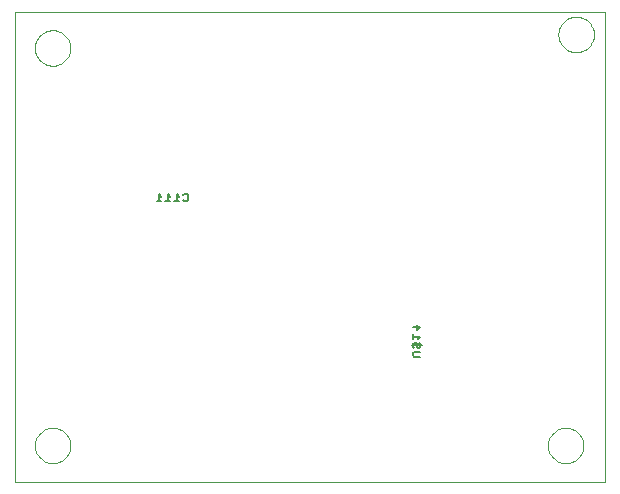
<source format=gbo>
G75*
G70*
%OFA0B0*%
%FSLAX24Y24*%
%IPPOS*%
%LPD*%
%AMOC8*
5,1,8,0,0,1.08239X$1,22.5*
%
%ADD10C,0.0000*%
%ADD11C,0.0080*%
D10*
X000671Y003960D02*
X020356Y003960D01*
X020356Y019645D01*
X000671Y019645D01*
X000671Y003960D01*
X001343Y005184D02*
X001345Y005232D01*
X001351Y005280D01*
X001361Y005327D01*
X001374Y005373D01*
X001392Y005418D01*
X001412Y005462D01*
X001437Y005504D01*
X001465Y005543D01*
X001495Y005580D01*
X001529Y005614D01*
X001566Y005646D01*
X001604Y005675D01*
X001645Y005700D01*
X001688Y005722D01*
X001733Y005740D01*
X001779Y005754D01*
X001826Y005765D01*
X001874Y005772D01*
X001922Y005775D01*
X001970Y005774D01*
X002018Y005769D01*
X002066Y005760D01*
X002112Y005748D01*
X002157Y005731D01*
X002201Y005711D01*
X002243Y005688D01*
X002283Y005661D01*
X002321Y005631D01*
X002356Y005598D01*
X002388Y005562D01*
X002418Y005524D01*
X002444Y005483D01*
X002466Y005440D01*
X002486Y005396D01*
X002501Y005351D01*
X002513Y005304D01*
X002521Y005256D01*
X002525Y005208D01*
X002525Y005160D01*
X002521Y005112D01*
X002513Y005064D01*
X002501Y005017D01*
X002486Y004972D01*
X002466Y004928D01*
X002444Y004885D01*
X002418Y004844D01*
X002388Y004806D01*
X002356Y004770D01*
X002321Y004737D01*
X002283Y004707D01*
X002243Y004680D01*
X002201Y004657D01*
X002157Y004637D01*
X002112Y004620D01*
X002066Y004608D01*
X002018Y004599D01*
X001970Y004594D01*
X001922Y004593D01*
X001874Y004596D01*
X001826Y004603D01*
X001779Y004614D01*
X001733Y004628D01*
X001688Y004646D01*
X001645Y004668D01*
X001604Y004693D01*
X001566Y004722D01*
X001529Y004754D01*
X001495Y004788D01*
X001465Y004825D01*
X001437Y004864D01*
X001412Y004906D01*
X001392Y004950D01*
X001374Y004995D01*
X001361Y005041D01*
X001351Y005088D01*
X001345Y005136D01*
X001343Y005184D01*
X001343Y018434D02*
X001345Y018482D01*
X001351Y018530D01*
X001361Y018577D01*
X001374Y018623D01*
X001392Y018668D01*
X001412Y018712D01*
X001437Y018754D01*
X001465Y018793D01*
X001495Y018830D01*
X001529Y018864D01*
X001566Y018896D01*
X001604Y018925D01*
X001645Y018950D01*
X001688Y018972D01*
X001733Y018990D01*
X001779Y019004D01*
X001826Y019015D01*
X001874Y019022D01*
X001922Y019025D01*
X001970Y019024D01*
X002018Y019019D01*
X002066Y019010D01*
X002112Y018998D01*
X002157Y018981D01*
X002201Y018961D01*
X002243Y018938D01*
X002283Y018911D01*
X002321Y018881D01*
X002356Y018848D01*
X002388Y018812D01*
X002418Y018774D01*
X002444Y018733D01*
X002466Y018690D01*
X002486Y018646D01*
X002501Y018601D01*
X002513Y018554D01*
X002521Y018506D01*
X002525Y018458D01*
X002525Y018410D01*
X002521Y018362D01*
X002513Y018314D01*
X002501Y018267D01*
X002486Y018222D01*
X002466Y018178D01*
X002444Y018135D01*
X002418Y018094D01*
X002388Y018056D01*
X002356Y018020D01*
X002321Y017987D01*
X002283Y017957D01*
X002243Y017930D01*
X002201Y017907D01*
X002157Y017887D01*
X002112Y017870D01*
X002066Y017858D01*
X002018Y017849D01*
X001970Y017844D01*
X001922Y017843D01*
X001874Y017846D01*
X001826Y017853D01*
X001779Y017864D01*
X001733Y017878D01*
X001688Y017896D01*
X001645Y017918D01*
X001604Y017943D01*
X001566Y017972D01*
X001529Y018004D01*
X001495Y018038D01*
X001465Y018075D01*
X001437Y018114D01*
X001412Y018156D01*
X001392Y018200D01*
X001374Y018245D01*
X001361Y018291D01*
X001351Y018338D01*
X001345Y018386D01*
X001343Y018434D01*
X018443Y005184D02*
X018445Y005232D01*
X018451Y005280D01*
X018461Y005327D01*
X018474Y005373D01*
X018492Y005418D01*
X018512Y005462D01*
X018537Y005504D01*
X018565Y005543D01*
X018595Y005580D01*
X018629Y005614D01*
X018666Y005646D01*
X018704Y005675D01*
X018745Y005700D01*
X018788Y005722D01*
X018833Y005740D01*
X018879Y005754D01*
X018926Y005765D01*
X018974Y005772D01*
X019022Y005775D01*
X019070Y005774D01*
X019118Y005769D01*
X019166Y005760D01*
X019212Y005748D01*
X019257Y005731D01*
X019301Y005711D01*
X019343Y005688D01*
X019383Y005661D01*
X019421Y005631D01*
X019456Y005598D01*
X019488Y005562D01*
X019518Y005524D01*
X019544Y005483D01*
X019566Y005440D01*
X019586Y005396D01*
X019601Y005351D01*
X019613Y005304D01*
X019621Y005256D01*
X019625Y005208D01*
X019625Y005160D01*
X019621Y005112D01*
X019613Y005064D01*
X019601Y005017D01*
X019586Y004972D01*
X019566Y004928D01*
X019544Y004885D01*
X019518Y004844D01*
X019488Y004806D01*
X019456Y004770D01*
X019421Y004737D01*
X019383Y004707D01*
X019343Y004680D01*
X019301Y004657D01*
X019257Y004637D01*
X019212Y004620D01*
X019166Y004608D01*
X019118Y004599D01*
X019070Y004594D01*
X019022Y004593D01*
X018974Y004596D01*
X018926Y004603D01*
X018879Y004614D01*
X018833Y004628D01*
X018788Y004646D01*
X018745Y004668D01*
X018704Y004693D01*
X018666Y004722D01*
X018629Y004754D01*
X018595Y004788D01*
X018565Y004825D01*
X018537Y004864D01*
X018512Y004906D01*
X018492Y004950D01*
X018474Y004995D01*
X018461Y005041D01*
X018451Y005088D01*
X018445Y005136D01*
X018443Y005184D01*
X018793Y018884D02*
X018795Y018932D01*
X018801Y018980D01*
X018811Y019027D01*
X018824Y019073D01*
X018842Y019118D01*
X018862Y019162D01*
X018887Y019204D01*
X018915Y019243D01*
X018945Y019280D01*
X018979Y019314D01*
X019016Y019346D01*
X019054Y019375D01*
X019095Y019400D01*
X019138Y019422D01*
X019183Y019440D01*
X019229Y019454D01*
X019276Y019465D01*
X019324Y019472D01*
X019372Y019475D01*
X019420Y019474D01*
X019468Y019469D01*
X019516Y019460D01*
X019562Y019448D01*
X019607Y019431D01*
X019651Y019411D01*
X019693Y019388D01*
X019733Y019361D01*
X019771Y019331D01*
X019806Y019298D01*
X019838Y019262D01*
X019868Y019224D01*
X019894Y019183D01*
X019916Y019140D01*
X019936Y019096D01*
X019951Y019051D01*
X019963Y019004D01*
X019971Y018956D01*
X019975Y018908D01*
X019975Y018860D01*
X019971Y018812D01*
X019963Y018764D01*
X019951Y018717D01*
X019936Y018672D01*
X019916Y018628D01*
X019894Y018585D01*
X019868Y018544D01*
X019838Y018506D01*
X019806Y018470D01*
X019771Y018437D01*
X019733Y018407D01*
X019693Y018380D01*
X019651Y018357D01*
X019607Y018337D01*
X019562Y018320D01*
X019516Y018308D01*
X019468Y018299D01*
X019420Y018294D01*
X019372Y018293D01*
X019324Y018296D01*
X019276Y018303D01*
X019229Y018314D01*
X019183Y018328D01*
X019138Y018346D01*
X019095Y018368D01*
X019054Y018393D01*
X019016Y018422D01*
X018979Y018454D01*
X018945Y018488D01*
X018915Y018525D01*
X018887Y018564D01*
X018862Y018606D01*
X018842Y018650D01*
X018824Y018695D01*
X018811Y018741D01*
X018801Y018788D01*
X018795Y018836D01*
X018793Y018884D01*
D11*
X014194Y009149D02*
X013954Y009149D01*
X014074Y009189D02*
X014074Y009029D01*
X014194Y009149D01*
X014194Y008814D02*
X013954Y008814D01*
X013954Y008734D02*
X013954Y008895D01*
X014114Y008734D02*
X014194Y008814D01*
X014154Y008600D02*
X014194Y008560D01*
X014194Y008480D01*
X014154Y008440D01*
X014114Y008440D01*
X014074Y008480D01*
X014074Y008560D01*
X014034Y008600D01*
X013994Y008600D01*
X013954Y008560D01*
X013954Y008480D01*
X013994Y008440D01*
X013914Y008520D02*
X014234Y008520D01*
X014194Y008305D02*
X013994Y008305D01*
X013954Y008265D01*
X013954Y008185D01*
X013994Y008145D01*
X014194Y008145D01*
X006444Y013364D02*
X006404Y013324D01*
X006324Y013324D01*
X006284Y013364D01*
X006149Y013324D02*
X005989Y013324D01*
X006069Y013324D02*
X006069Y013564D01*
X006149Y013484D01*
X006284Y013524D02*
X006324Y013564D01*
X006404Y013564D01*
X006444Y013524D01*
X006444Y013364D01*
X005854Y013324D02*
X005694Y013324D01*
X005774Y013324D02*
X005774Y013564D01*
X005854Y013484D01*
X005560Y013484D02*
X005480Y013564D01*
X005480Y013324D01*
X005560Y013324D02*
X005400Y013324D01*
M02*

</source>
